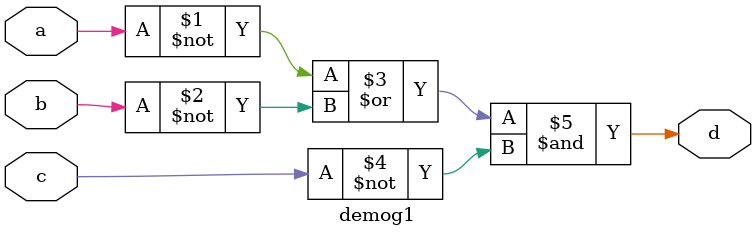
<source format=v>
`timescale 1ns / 1ps


module demog1(
    input a,b,c,
    output d
    );
    assign d = (~a|~b)&~c;
endmodule

</source>
